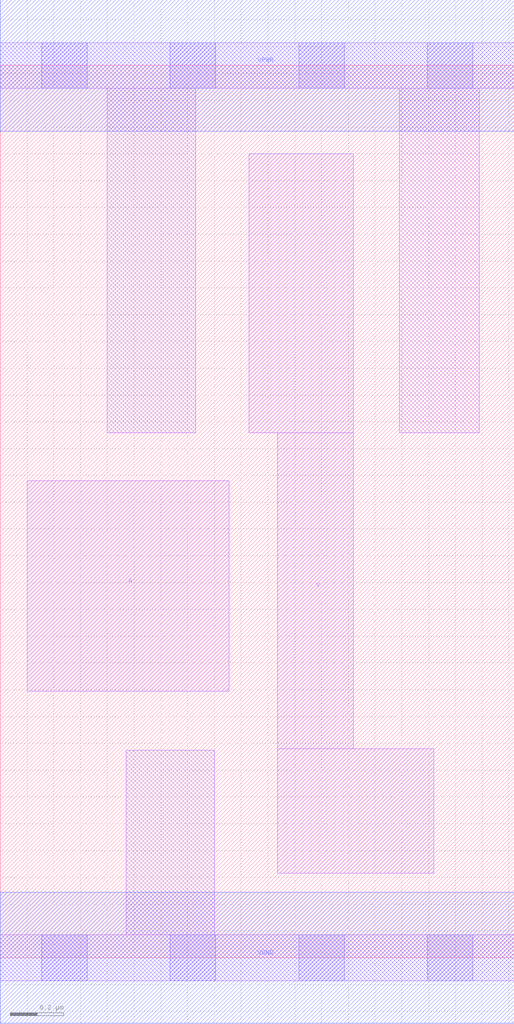
<source format=lef>
# Copyright 2020 The SkyWater PDK Authors
#
# Licensed under the Apache License, Version 2.0 (the "License");
# you may not use this file except in compliance with the License.
# You may obtain a copy of the License at
#
#     https://www.apache.org/licenses/LICENSE-2.0
#
# Unless required by applicable law or agreed to in writing, software
# distributed under the License is distributed on an "AS IS" BASIS,
# WITHOUT WARRANTIES OR CONDITIONS OF ANY KIND, either express or implied.
# See the License for the specific language governing permissions and
# limitations under the License.
#
# SPDX-License-Identifier: Apache-2.0

VERSION 5.7 ;
  NOWIREEXTENSIONATPIN ON ;
  DIVIDERCHAR "/" ;
  BUSBITCHARS "[]" ;
UNITS
  DATABASE MICRONS 200 ;
END UNITS
MACRO sky130_fd_sc_lp__clkinvlp_2
  CLASS CORE ;
  FOREIGN sky130_fd_sc_lp__clkinvlp_2 ;
  ORIGIN  0.000000  0.000000 ;
  SIZE  1.920000 BY  3.330000 ;
  SYMMETRY X Y R90 ;
  SITE unit ;
  PIN A
    ANTENNAGATEAREA  0.665000 ;
    DIRECTION INPUT ;
    USE SIGNAL ;
    PORT
      LAYER li1 ;
        RECT 0.100000 0.995000 0.855000 1.780000 ;
    END
  END A
  PIN Y
    ANTENNADIFFAREA  0.436750 ;
    DIRECTION OUTPUT ;
    USE SIGNAL ;
    PORT
      LAYER li1 ;
        RECT 0.930000 1.960000 1.320000 3.000000 ;
        RECT 1.035000 0.315000 1.620000 0.780000 ;
        RECT 1.035000 0.780000 1.320000 1.960000 ;
    END
  END Y
  PIN VGND
    DIRECTION INOUT ;
    USE GROUND ;
    PORT
      LAYER met1 ;
        RECT 0.000000 -0.245000 1.920000 0.245000 ;
    END
  END VGND
  PIN VPWR
    DIRECTION INOUT ;
    USE POWER ;
    PORT
      LAYER met1 ;
        RECT 0.000000 3.085000 1.920000 3.575000 ;
    END
  END VPWR
  OBS
    LAYER li1 ;
      RECT 0.000000 -0.085000 1.920000 0.085000 ;
      RECT 0.000000  3.245000 1.920000 3.415000 ;
      RECT 0.400000  1.960000 0.730000 3.245000 ;
      RECT 0.470000  0.085000 0.800000 0.775000 ;
      RECT 1.490000  1.960000 1.790000 3.245000 ;
    LAYER mcon ;
      RECT 0.155000 -0.085000 0.325000 0.085000 ;
      RECT 0.155000  3.245000 0.325000 3.415000 ;
      RECT 0.635000 -0.085000 0.805000 0.085000 ;
      RECT 0.635000  3.245000 0.805000 3.415000 ;
      RECT 1.115000 -0.085000 1.285000 0.085000 ;
      RECT 1.115000  3.245000 1.285000 3.415000 ;
      RECT 1.595000 -0.085000 1.765000 0.085000 ;
      RECT 1.595000  3.245000 1.765000 3.415000 ;
  END
END sky130_fd_sc_lp__clkinvlp_2
END LIBRARY

</source>
